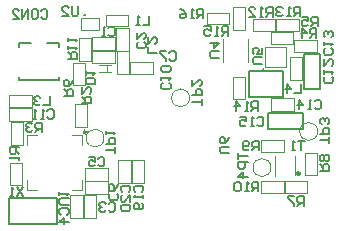
<source format=gbo>
G04*
G04 #@! TF.GenerationSoftware,Altium Limited,Altium Designer,19.1.5 (86)*
G04*
G04 Layer_Color=32896*
%FSAX25Y25*%
%MOIN*%
G70*
G01*
G75*
%ADD10C,0.00787*%
%ADD11C,0.00591*%
%ADD69C,0.00394*%
%ADD70C,0.01000*%
D10*
X0195287Y0174173D02*
G03*
X0195287Y0174173I-0000201J0000000D01*
G01*
X0208754Y0179018D02*
X0214254D01*
Y0167518D02*
Y0179018D01*
X0208754Y0167518D02*
X0214254D01*
X0208754D02*
Y0179018D01*
X0201976Y0164882D02*
Y0173543D01*
X0190559D02*
X0201976D01*
X0190559Y0164882D02*
Y0173543D01*
Y0164882D02*
X0201976D01*
X0196896Y0154061D02*
Y0159561D01*
X0208396D01*
Y0154061D02*
Y0159561D01*
X0196896Y0154061D02*
X0208396D01*
X0110591Y0122350D02*
Y0131181D01*
Y0122350D02*
X0126591D01*
Y0131181D01*
X0110591D02*
X0126591D01*
X0113748Y0170504D02*
Y0171291D01*
Y0170504D02*
X0127134D01*
Y0171291D01*
X0113748Y0182709D02*
X0117685D01*
X0113748Y0181527D02*
Y0182709D01*
X0127134Y0181527D02*
X0127134Y0182709D01*
X0123197D02*
X0127134D01*
D11*
X0183905Y0146142D02*
X0181281D01*
X0180756Y0146667D01*
Y0147716D01*
X0181281Y0148241D01*
X0183905D01*
Y0151389D02*
X0183380Y0150340D01*
X0182330Y0149290D01*
X0181281D01*
X0180756Y0149815D01*
Y0150865D01*
X0181281Y0151389D01*
X0181805D01*
X0182330Y0150865D01*
Y0149290D01*
X0130440Y0128898D02*
X0127816D01*
X0127291Y0129422D01*
Y0130472D01*
X0127816Y0130997D01*
X0130440D01*
X0127291Y0132046D02*
Y0133096D01*
Y0132571D01*
X0130440D01*
X0129915Y0132046D01*
X0121140Y0193456D02*
X0121664Y0193980D01*
X0122714D01*
X0123239Y0193456D01*
Y0191356D01*
X0122714Y0190832D01*
X0121664D01*
X0121140Y0191356D01*
X0118516Y0193980D02*
X0119565D01*
X0120090Y0193456D01*
Y0191356D01*
X0119565Y0190832D01*
X0118516D01*
X0117991Y0191356D01*
Y0193456D01*
X0118516Y0193980D01*
X0116941Y0190832D02*
Y0193980D01*
X0114842Y0190832D01*
Y0193980D01*
X0111694Y0190832D02*
X0113793D01*
X0111694Y0192931D01*
Y0193456D01*
X0112219Y0193980D01*
X0113268D01*
X0113793Y0193456D01*
X0115087Y0134802D02*
X0112988Y0131653D01*
Y0134802D02*
X0115087Y0131653D01*
X0111938D02*
X0110889D01*
X0111413D01*
Y0134802D01*
X0111938Y0134277D01*
X0194810Y0175906D02*
X0192186D01*
X0191661Y0176430D01*
Y0177480D01*
X0192186Y0178005D01*
X0194810D01*
Y0181153D02*
Y0179054D01*
X0193236D01*
X0193761Y0180104D01*
Y0180628D01*
X0193236Y0181153D01*
X0192186D01*
X0191661Y0180628D01*
Y0179579D01*
X0192186Y0179054D01*
X0180519Y0177953D02*
X0177895D01*
X0177370Y0178478D01*
Y0179527D01*
X0177895Y0180052D01*
X0180519D01*
X0177370Y0182676D02*
X0180519D01*
X0178944Y0181101D01*
Y0183200D01*
X0133512Y0194960D02*
Y0192336D01*
X0132987Y0191811D01*
X0131938D01*
X0131413Y0192336D01*
Y0194960D01*
X0128264Y0191811D02*
X0130363D01*
X0128264Y0193910D01*
Y0194435D01*
X0128789Y0194960D01*
X0129838D01*
X0130363Y0194435D01*
X0186938Y0146142D02*
Y0144043D01*
Y0145092D01*
X0190087D01*
Y0142993D02*
X0186938D01*
Y0141419D01*
X0187463Y0140894D01*
X0188512D01*
X0189037Y0141419D01*
Y0142993D01*
X0190087Y0138270D02*
X0186938D01*
X0188512Y0139845D01*
Y0137745D01*
X0217290Y0149331D02*
Y0151430D01*
Y0150380D01*
X0214142D01*
Y0152479D02*
X0217290D01*
Y0154054D01*
X0216766Y0154578D01*
X0215716D01*
X0215191Y0154054D01*
Y0152479D01*
X0216766Y0155628D02*
X0217290Y0156153D01*
Y0157202D01*
X0216766Y0157727D01*
X0216241D01*
X0215716Y0157202D01*
Y0156677D01*
Y0157202D01*
X0215191Y0157727D01*
X0214667D01*
X0214142Y0157202D01*
Y0156153D01*
X0214667Y0155628D01*
X0174771Y0162165D02*
Y0164264D01*
Y0163215D01*
X0171622D01*
Y0165314D02*
X0174771D01*
Y0166888D01*
X0174246Y0167413D01*
X0173196D01*
X0172672Y0166888D01*
Y0165314D01*
X0171622Y0170562D02*
Y0168463D01*
X0173721Y0170562D01*
X0174246D01*
X0174771Y0170037D01*
Y0168987D01*
X0174246Y0168463D01*
X0145971Y0146004D02*
Y0148103D01*
Y0147054D01*
X0142823D01*
Y0149153D02*
X0145971D01*
Y0150727D01*
X0145447Y0151252D01*
X0144397D01*
X0143872Y0150727D01*
Y0149153D01*
X0142823Y0152301D02*
Y0153351D01*
Y0152826D01*
X0145971D01*
X0145447Y0152301D01*
X0208984Y0150275D02*
X0206885D01*
X0207935D01*
Y0147126D01*
X0205836D02*
X0204786D01*
X0205311D01*
Y0150275D01*
X0205836Y0149750D01*
X0175205Y0191024D02*
Y0194172D01*
X0173630D01*
X0173106Y0193648D01*
Y0192598D01*
X0173630Y0192073D01*
X0175205D01*
X0174155D02*
X0173106Y0191024D01*
X0172056D02*
X0171007D01*
X0171531D01*
Y0194172D01*
X0172056Y0193648D01*
X0167333Y0194172D02*
X0168383Y0193648D01*
X0169432Y0192598D01*
Y0191548D01*
X0168907Y0191024D01*
X0167858D01*
X0167333Y0191548D01*
Y0192073D01*
X0167858Y0192598D01*
X0169432D01*
X0183433Y0185276D02*
Y0188424D01*
X0181859D01*
X0181334Y0187899D01*
Y0186850D01*
X0181859Y0186325D01*
X0183433D01*
X0182384D02*
X0181334Y0185276D01*
X0180285D02*
X0179235D01*
X0179760D01*
Y0188424D01*
X0180285Y0187899D01*
X0175562Y0188424D02*
X0177661D01*
Y0186850D01*
X0176611Y0187375D01*
X0176086D01*
X0175562Y0186850D01*
Y0185800D01*
X0176086Y0185276D01*
X0177136D01*
X0177661Y0185800D01*
X0193354Y0160158D02*
Y0163306D01*
X0191780D01*
X0191255Y0162781D01*
Y0161732D01*
X0191780Y0161207D01*
X0193354D01*
X0192305D02*
X0191255Y0160158D01*
X0190206D02*
X0189156D01*
X0189681D01*
Y0163306D01*
X0190206Y0162781D01*
X0186008Y0160158D02*
Y0163306D01*
X0187582Y0161732D01*
X0185483D01*
X0207488Y0191693D02*
Y0194842D01*
X0205914D01*
X0205389Y0194317D01*
Y0193267D01*
X0205914Y0192742D01*
X0207488D01*
X0206439D02*
X0205389Y0191693D01*
X0204340D02*
X0203290D01*
X0203815D01*
Y0194842D01*
X0204340Y0194317D01*
X0201716D02*
X0201191Y0194842D01*
X0200142D01*
X0199617Y0194317D01*
Y0193792D01*
X0200142Y0193267D01*
X0200666D01*
X0200142D01*
X0199617Y0192742D01*
Y0192218D01*
X0200142Y0191693D01*
X0201191D01*
X0201716Y0192218D01*
X0198315Y0191575D02*
Y0194723D01*
X0196741D01*
X0196216Y0194199D01*
Y0193149D01*
X0196741Y0192624D01*
X0198315D01*
X0197265D02*
X0196216Y0191575D01*
X0195166D02*
X0194117D01*
X0194642D01*
Y0194723D01*
X0195166Y0194199D01*
X0190444Y0191575D02*
X0192543D01*
X0190444Y0193674D01*
Y0194199D01*
X0190968Y0194723D01*
X0192018D01*
X0192543Y0194199D01*
X0130047Y0177598D02*
X0133196D01*
Y0179173D01*
X0132671Y0179698D01*
X0131622D01*
X0131097Y0179173D01*
Y0177598D01*
Y0178648D02*
X0130047Y0179698D01*
Y0180747D02*
Y0181797D01*
Y0181272D01*
X0133196D01*
X0132671Y0180747D01*
X0130047Y0183371D02*
Y0184420D01*
Y0183896D01*
X0133196D01*
X0132671Y0183371D01*
X0193472Y0133307D02*
Y0136456D01*
X0191898D01*
X0191373Y0135931D01*
Y0134881D01*
X0191898Y0134357D01*
X0193472D01*
X0192423D02*
X0191373Y0133307D01*
X0190324D02*
X0189274D01*
X0189799D01*
Y0136456D01*
X0190324Y0135931D01*
X0187700D02*
X0187175Y0136456D01*
X0186126D01*
X0185601Y0135931D01*
Y0133832D01*
X0186126Y0133307D01*
X0187175D01*
X0187700Y0133832D01*
Y0135931D01*
X0193669Y0146968D02*
Y0150117D01*
X0192095D01*
X0191570Y0149592D01*
Y0148543D01*
X0192095Y0148018D01*
X0193669D01*
X0192620D02*
X0191570Y0146968D01*
X0190521Y0147493D02*
X0189996Y0146968D01*
X0188946D01*
X0188422Y0147493D01*
Y0149592D01*
X0188946Y0150117D01*
X0189996D01*
X0190521Y0149592D01*
Y0149068D01*
X0189996Y0148543D01*
X0188422D01*
X0214063Y0140236D02*
X0217212D01*
Y0141811D01*
X0216687Y0142335D01*
X0215637D01*
X0215112Y0141811D01*
Y0140236D01*
Y0141286D02*
X0214063Y0142335D01*
X0216687Y0143385D02*
X0217212Y0143910D01*
Y0144959D01*
X0216687Y0145484D01*
X0216162D01*
X0215637Y0144959D01*
X0215112Y0145484D01*
X0214588D01*
X0214063Y0144959D01*
Y0143910D01*
X0214588Y0143385D01*
X0215112D01*
X0215637Y0143910D01*
X0216162Y0143385D01*
X0216687D01*
X0215637Y0143910D02*
Y0144959D01*
X0208709Y0128504D02*
Y0131652D01*
X0207134D01*
X0206610Y0131128D01*
Y0130078D01*
X0207134Y0129553D01*
X0208709D01*
X0207659D02*
X0206610Y0128504D01*
X0205560Y0131652D02*
X0203461D01*
Y0131128D01*
X0205560Y0129029D01*
Y0128504D01*
X0128787Y0165276D02*
X0131936D01*
Y0166850D01*
X0131411Y0167375D01*
X0130362D01*
X0129837Y0166850D01*
Y0165276D01*
Y0166325D02*
X0128787Y0167375D01*
X0131936Y0170523D02*
X0131411Y0169474D01*
X0130362Y0168424D01*
X0129312D01*
X0128787Y0168949D01*
Y0169999D01*
X0129312Y0170523D01*
X0129837D01*
X0130362Y0169999D01*
Y0168424D01*
X0213315Y0188425D02*
Y0191574D01*
X0211741D01*
X0211216Y0191049D01*
Y0189999D01*
X0211741Y0189475D01*
X0213315D01*
X0212265D02*
X0211216Y0188425D01*
X0208067Y0191574D02*
X0210166D01*
Y0189999D01*
X0209117Y0190524D01*
X0208592D01*
X0208067Y0189999D01*
Y0188950D01*
X0208592Y0188425D01*
X0209642D01*
X0210166Y0188950D01*
X0212961Y0184606D02*
Y0187755D01*
X0211386D01*
X0210862Y0187230D01*
Y0186181D01*
X0211386Y0185656D01*
X0212961D01*
X0211911D02*
X0210862Y0184606D01*
X0208238D02*
Y0187755D01*
X0209812Y0186181D01*
X0207713D01*
X0121386Y0153110D02*
Y0156259D01*
X0119811D01*
X0119287Y0155734D01*
Y0154684D01*
X0119811Y0154160D01*
X0121386D01*
X0120336D02*
X0119287Y0153110D01*
X0118237Y0155734D02*
X0117712Y0156259D01*
X0116663D01*
X0116138Y0155734D01*
Y0155209D01*
X0116663Y0154684D01*
X0117188D01*
X0116663D01*
X0116138Y0154160D01*
Y0153635D01*
X0116663Y0153110D01*
X0117712D01*
X0118237Y0153635D01*
X0134693Y0162795D02*
X0137841D01*
Y0164370D01*
X0137317Y0164894D01*
X0136267D01*
X0135742Y0164370D01*
Y0162795D01*
Y0163845D02*
X0134693Y0164894D01*
Y0168043D02*
Y0165944D01*
X0136792Y0168043D01*
X0137317D01*
X0137841Y0167518D01*
Y0166469D01*
X0137317Y0165944D01*
X0113915Y0147982D02*
X0110767D01*
Y0146408D01*
X0111292Y0145883D01*
X0112341D01*
X0112866Y0146408D01*
Y0147982D01*
Y0146933D02*
X0113915Y0145883D01*
Y0144834D02*
Y0143784D01*
Y0144309D01*
X0110767D01*
X0111292Y0144834D01*
X0207724Y0169133D02*
Y0165984D01*
X0205625D01*
X0203001D02*
Y0169133D01*
X0204576Y0167559D01*
X0202477D01*
X0124063Y0165117D02*
Y0161969D01*
X0121964D01*
X0120914Y0164592D02*
X0120390Y0165117D01*
X0119340D01*
X0118815Y0164592D01*
Y0164068D01*
X0119340Y0163543D01*
X0119865D01*
X0119340D01*
X0118815Y0163018D01*
Y0162493D01*
X0119340Y0161969D01*
X0120390D01*
X0120914Y0162493D01*
X0159810Y0179449D02*
X0156661D01*
Y0181548D01*
Y0184696D02*
Y0182597D01*
X0158760Y0184696D01*
X0159285D01*
X0159810Y0184172D01*
Y0183122D01*
X0159285Y0182597D01*
X0157173Y0191849D02*
Y0188701D01*
X0155074D01*
X0154025D02*
X0152975D01*
X0153500D01*
Y0191849D01*
X0154025Y0191325D01*
X0139141Y0169134D02*
X0135992D01*
Y0170708D01*
X0136517Y0171233D01*
X0138616D01*
X0139141Y0170708D01*
Y0169134D01*
X0135992Y0172282D02*
Y0173332D01*
Y0172807D01*
X0139141D01*
X0138616Y0172282D01*
X0148290Y0133098D02*
X0147765Y0133623D01*
Y0134672D01*
X0148290Y0135197D01*
X0150389D01*
X0150913Y0134672D01*
Y0133623D01*
X0150389Y0133098D01*
X0150913Y0129949D02*
Y0132048D01*
X0148814Y0129949D01*
X0148290D01*
X0147765Y0130474D01*
Y0131524D01*
X0148290Y0132048D01*
Y0128900D02*
X0147765Y0128375D01*
Y0127325D01*
X0148290Y0126801D01*
X0150389D01*
X0150913Y0127325D01*
Y0128375D01*
X0150389Y0128900D01*
X0148290D01*
X0152620Y0133098D02*
X0152095Y0133623D01*
Y0134672D01*
X0152620Y0135197D01*
X0154719D01*
X0155244Y0134672D01*
Y0133623D01*
X0154719Y0133098D01*
X0155244Y0132048D02*
Y0130999D01*
Y0131524D01*
X0152095D01*
X0152620Y0132048D01*
X0154719Y0129424D02*
X0155244Y0128900D01*
Y0127850D01*
X0154719Y0127325D01*
X0152620D01*
X0152095Y0127850D01*
Y0128900D01*
X0152620Y0129424D01*
X0153145D01*
X0153670Y0128900D01*
Y0127325D01*
X0193184Y0157703D02*
X0193709Y0158227D01*
X0194759D01*
X0195283Y0157703D01*
Y0155604D01*
X0194759Y0155079D01*
X0193709D01*
X0193184Y0155604D01*
X0192135Y0155079D02*
X0191085D01*
X0191610D01*
Y0158227D01*
X0192135Y0157703D01*
X0187412Y0158227D02*
X0189511D01*
Y0156653D01*
X0188461Y0157178D01*
X0187937D01*
X0187412Y0156653D01*
Y0155604D01*
X0187937Y0155079D01*
X0188986D01*
X0189511Y0155604D01*
X0212318Y0163293D02*
X0212843Y0163818D01*
X0213893D01*
X0214417Y0163293D01*
Y0161194D01*
X0213893Y0160669D01*
X0212843D01*
X0212318Y0161194D01*
X0211269Y0160669D02*
X0210219D01*
X0210744D01*
Y0163818D01*
X0211269Y0163293D01*
X0207071Y0160669D02*
Y0163818D01*
X0208645Y0162244D01*
X0206546D01*
X0217947Y0180997D02*
X0218471Y0180472D01*
Y0179422D01*
X0217947Y0178898D01*
X0215848D01*
X0215323Y0179422D01*
Y0180472D01*
X0215848Y0180997D01*
X0215323Y0182046D02*
Y0183096D01*
Y0182571D01*
X0218471D01*
X0217947Y0182046D01*
Y0184670D02*
X0218471Y0185195D01*
Y0186244D01*
X0217947Y0186769D01*
X0217422D01*
X0216897Y0186244D01*
Y0185720D01*
Y0186244D01*
X0216372Y0186769D01*
X0215848D01*
X0215323Y0186244D01*
Y0185195D01*
X0215848Y0184670D01*
X0217986Y0171548D02*
X0218511Y0171023D01*
Y0169974D01*
X0217986Y0169449D01*
X0215887D01*
X0215362Y0169974D01*
Y0171023D01*
X0215887Y0171548D01*
X0215362Y0172597D02*
Y0173647D01*
Y0173122D01*
X0218511D01*
X0217986Y0172597D01*
X0215362Y0177320D02*
Y0175221D01*
X0217461Y0177320D01*
X0217986D01*
X0218511Y0176795D01*
Y0175746D01*
X0217986Y0175221D01*
X0123263Y0160104D02*
X0123788Y0160629D01*
X0124837D01*
X0125362Y0160104D01*
Y0158005D01*
X0124837Y0157480D01*
X0123788D01*
X0123263Y0158005D01*
X0122214Y0157480D02*
X0121164D01*
X0121689D01*
Y0160629D01*
X0122214Y0160104D01*
X0119590Y0157480D02*
X0118540D01*
X0119065D01*
Y0160629D01*
X0119590Y0160104D01*
X0163852Y0169501D02*
X0164377Y0168976D01*
Y0167926D01*
X0163852Y0167402D01*
X0161753D01*
X0161228Y0167926D01*
Y0168976D01*
X0161753Y0169501D01*
X0161228Y0170550D02*
Y0171600D01*
Y0171075D01*
X0164377D01*
X0163852Y0170550D01*
Y0173174D02*
X0164377Y0173699D01*
Y0174748D01*
X0163852Y0175273D01*
X0161753D01*
X0161228Y0174748D01*
Y0173699D01*
X0161753Y0173174D01*
X0163852D01*
X0163893Y0179553D02*
X0164418Y0180078D01*
X0165467D01*
X0165992Y0179553D01*
Y0177454D01*
X0165467Y0176929D01*
X0164418D01*
X0163893Y0177454D01*
X0162844Y0180078D02*
X0160745D01*
Y0179553D01*
X0162844Y0177454D01*
Y0176929D01*
X0146411Y0132532D02*
X0146936Y0132007D01*
Y0130958D01*
X0146411Y0130433D01*
X0144312D01*
X0143787Y0130958D01*
Y0132007D01*
X0144312Y0132532D01*
X0146936Y0135681D02*
X0146411Y0134631D01*
X0145362Y0133582D01*
X0144312D01*
X0143787Y0134106D01*
Y0135156D01*
X0144312Y0135681D01*
X0144837D01*
X0145362Y0135156D01*
Y0133582D01*
X0140192Y0144277D02*
X0140717Y0144802D01*
X0141767D01*
X0142291Y0144277D01*
Y0142178D01*
X0141767Y0141654D01*
X0140717D01*
X0140192Y0142178D01*
X0137044Y0144802D02*
X0139143D01*
Y0143228D01*
X0138093Y0143753D01*
X0137568D01*
X0137044Y0143228D01*
Y0142178D01*
X0137568Y0141654D01*
X0138618D01*
X0139143Y0142178D01*
X0127817Y0125618D02*
X0127292Y0126142D01*
Y0127192D01*
X0127817Y0127717D01*
X0129916D01*
X0130441Y0127192D01*
Y0126142D01*
X0129916Y0125618D01*
X0130441Y0122994D02*
X0127292D01*
X0128867Y0124568D01*
Y0122469D01*
X0143696Y0129159D02*
X0144221Y0129684D01*
X0145271D01*
X0145795Y0129159D01*
Y0127060D01*
X0145271Y0126535D01*
X0144221D01*
X0143696Y0127060D01*
X0142647Y0129159D02*
X0142122Y0129684D01*
X0141072D01*
X0140548Y0129159D01*
Y0128635D01*
X0141072Y0128110D01*
X0141597D01*
X0141072D01*
X0140548Y0127585D01*
Y0127060D01*
X0141072Y0126535D01*
X0142122D01*
X0142647Y0127060D01*
X0155624Y0183123D02*
X0156149Y0182598D01*
Y0181548D01*
X0155624Y0181024D01*
X0153525D01*
X0153000Y0181548D01*
Y0182598D01*
X0153525Y0183123D01*
X0153000Y0186271D02*
Y0184172D01*
X0155099Y0186271D01*
X0155624D01*
X0156149Y0185747D01*
Y0184697D01*
X0155624Y0184172D01*
X0143578Y0187663D02*
X0144103Y0188188D01*
X0145152D01*
X0145677Y0187663D01*
Y0185564D01*
X0145152Y0185039D01*
X0144103D01*
X0143578Y0185564D01*
X0142529Y0185039D02*
X0141479D01*
X0142004D01*
Y0188188D01*
X0142529Y0187663D01*
D69*
X0142174Y0151102D02*
G03*
X0142174Y0151102I-0002993J0000000D01*
G01*
X0170678Y0164488D02*
G03*
X0170678Y0164488I-0002993J0000000D01*
G01*
X0213355Y0153307D02*
G03*
X0213355Y0153307I-0002993J0000000D01*
G01*
X0197804Y0141260D02*
G03*
X0197804Y0141260I-0002993J0000000D01*
G01*
X0111268Y0148858D02*
Y0156339D01*
Y0148858D02*
X0115205D01*
Y0156339D01*
X0111268D02*
X0115205D01*
X0134614Y0191142D02*
X0140520D01*
X0134614Y0187205D02*
X0140520D01*
X0134614D02*
Y0191142D01*
X0140520Y0187205D02*
Y0191142D01*
X0142764Y0188346D02*
X0150244D01*
Y0192283D01*
X0142764D02*
X0150244D01*
X0142764Y0188346D02*
Y0192283D01*
X0146287Y0187933D02*
X0150421D01*
Y0180256D02*
Y0187933D01*
X0146287Y0180256D02*
X0150421D01*
X0146287D02*
Y0187933D01*
X0145894Y0180532D02*
Y0184665D01*
X0138216Y0180532D02*
X0145894D01*
X0138216D02*
Y0184665D01*
X0145894D01*
X0133905Y0176890D02*
Y0184370D01*
Y0176890D02*
X0137843D01*
Y0184370D01*
X0133905D02*
X0137843D01*
X0138216Y0176004D02*
Y0180138D01*
X0145894D01*
Y0176004D02*
Y0180138D01*
X0138216Y0176004D02*
X0145894D01*
X0143243Y0173189D02*
X0144457D01*
X0143236Y0175551D02*
X0144417D01*
X0140480D02*
X0143243D01*
X0140480Y0173189D02*
X0143243D01*
Y0174370D01*
Y0173189D02*
Y0175551D01*
X0146386Y0172480D02*
Y0179961D01*
Y0172480D02*
X0150323D01*
Y0179961D01*
X0146386D02*
X0150323D01*
X0158492Y0172303D02*
Y0176437D01*
X0150815Y0172303D02*
X0158492D01*
X0150815D02*
Y0176437D01*
X0158492D01*
X0185047Y0187205D02*
Y0194685D01*
Y0187205D02*
X0188984D01*
Y0194685D01*
X0185047D02*
X0188984D01*
X0176465Y0189016D02*
X0183945D01*
Y0192953D01*
X0176465D02*
X0183945D01*
X0176465Y0189016D02*
Y0192953D01*
X0190264Y0176299D02*
Y0184173D01*
X0181780Y0176299D02*
X0181799Y0184173D01*
X0191661Y0186890D02*
X0199142D01*
Y0190827D01*
X0191661D02*
X0199142D01*
X0191661Y0186890D02*
Y0190827D01*
X0199535Y0186890D02*
X0207016D01*
Y0190827D01*
X0199535D02*
X0207016D01*
X0199535Y0186890D02*
Y0190827D01*
X0197685Y0182520D02*
X0205165D01*
Y0186457D01*
X0197685D02*
X0205165D01*
X0197685Y0182520D02*
Y0186457D01*
X0202921Y0174921D02*
Y0181457D01*
X0195835D02*
X0202921D01*
X0195835Y0174921D02*
Y0181457D01*
Y0174921D02*
X0202921D01*
X0205559Y0183701D02*
X0213039D01*
X0205559Y0179764D02*
Y0183701D01*
Y0179764D02*
X0213039D01*
Y0183701D01*
X0204004Y0170492D02*
X0208138D01*
X0204004D02*
Y0178169D01*
X0208138D01*
Y0170492D02*
Y0178169D01*
X0188984Y0164094D02*
Y0171575D01*
X0185047D02*
X0188984D01*
X0185047Y0164094D02*
Y0171575D01*
Y0164094D02*
X0188984D01*
X0205500Y0160216D02*
Y0164350D01*
X0197823Y0160216D02*
X0205500D01*
X0197823D02*
Y0164350D01*
X0205500D01*
X0194614Y0146614D02*
X0202095D01*
Y0150551D01*
X0194614D02*
X0202095D01*
X0194614Y0146614D02*
Y0150551D01*
X0205677Y0138622D02*
Y0145050D01*
X0198984Y0138612D02*
Y0145039D01*
X0209299Y0138740D02*
Y0146221D01*
Y0138740D02*
X0213236D01*
Y0146221D01*
X0209299D02*
X0213236D01*
X0202409Y0136890D02*
X0209890D01*
X0202409Y0132953D02*
Y0136890D01*
Y0132953D02*
X0209890D01*
Y0136890D01*
X0194535D02*
X0202016D01*
X0194535Y0132953D02*
Y0136890D01*
Y0132953D02*
X0202016D01*
Y0136890D01*
X0131583Y0133701D02*
X0134929D01*
Y0137047D01*
X0116425Y0133701D02*
X0119772D01*
X0116425D02*
Y0137047D01*
Y0148858D02*
Y0152205D01*
X0119772D01*
X0134929Y0148858D02*
Y0152205D01*
X0131583D02*
X0134929D01*
X0110539Y0161083D02*
X0118217D01*
X0110539Y0156949D02*
Y0161083D01*
Y0156949D02*
X0118217D01*
Y0161083D01*
X0118039Y0161457D02*
Y0165394D01*
X0110559Y0161457D02*
X0118039D01*
X0110559D02*
Y0165394D01*
X0118039D01*
X0132449Y0154882D02*
X0136386D01*
X0132449D02*
Y0162362D01*
X0136386D01*
Y0154882D02*
Y0162362D01*
X0131898Y0168701D02*
X0135835D01*
X0131898D02*
Y0176181D01*
X0135835D01*
Y0168701D02*
Y0176181D01*
X0151445Y0136240D02*
Y0143917D01*
Y0136240D02*
X0155579D01*
Y0143917D01*
X0151445D02*
X0155579D01*
X0146957Y0136201D02*
Y0143878D01*
Y0136201D02*
X0151091D01*
Y0143878D01*
X0146957D02*
X0151091D01*
X0135815Y0141083D02*
X0143492D01*
X0135815Y0136949D02*
Y0141083D01*
Y0136949D02*
X0143492D01*
Y0141083D01*
X0135776Y0136634D02*
X0143453D01*
X0135776Y0132500D02*
Y0136634D01*
Y0132500D02*
X0143453D01*
Y0136634D01*
X0139594Y0124429D02*
Y0132106D01*
X0135461D02*
X0139594D01*
X0135461Y0124429D02*
Y0132106D01*
Y0124429D02*
X0139594D01*
X0135067Y0124508D02*
Y0132185D01*
X0130933D02*
X0135067D01*
X0130933Y0124508D02*
Y0132185D01*
Y0124508D02*
X0135067D01*
X0110756Y0135335D02*
X0114693D01*
X0110756D02*
Y0142815D01*
X0114693D01*
Y0135335D02*
Y0142815D01*
D70*
X0135795Y0192126D02*
G03*
X0135795Y0192126I-0000197J0000000D01*
G01*
X0207449Y0139331D02*
G03*
X0207449Y0139331I-0000473J0000000D01*
G01*
X0136259Y0153110D02*
G03*
X0136259Y0153110I-0000424J0000000D01*
G01*
M02*

</source>
